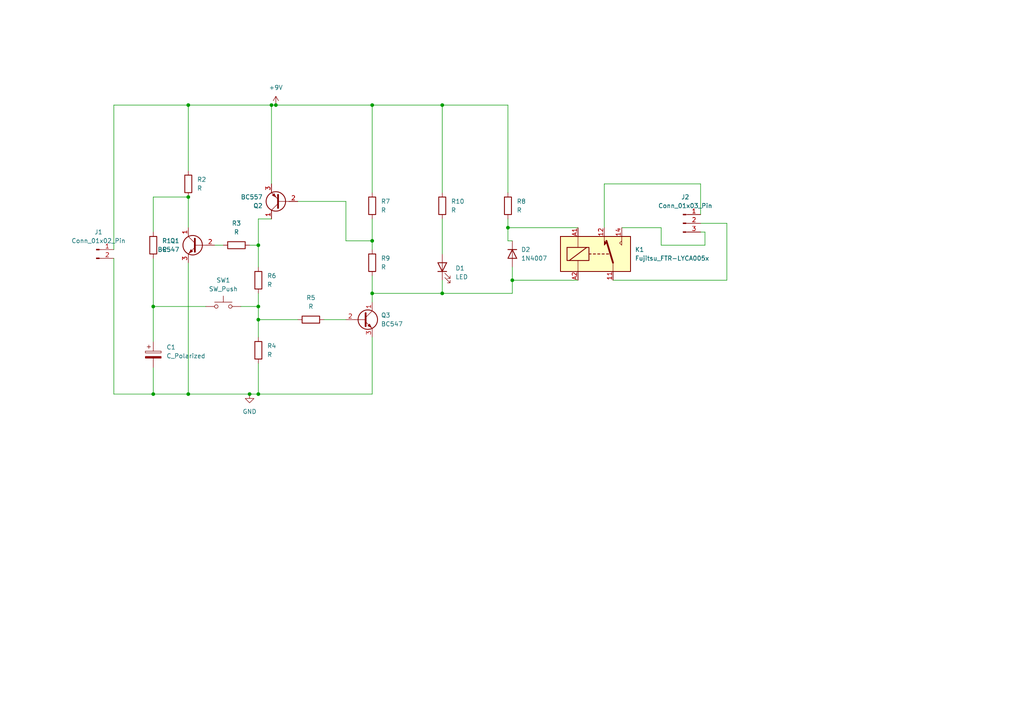
<source format=kicad_sch>
(kicad_sch
	(version 20250114)
	(generator "eeschema")
	(generator_version "9.0")
	(uuid "0b6a6848-6bdc-45c2-8863-88cf55b571d9")
	(paper "A4")
	(lib_symbols
		(symbol "Connector:Conn_01x02_Pin"
			(pin_names
				(offset 1.016)
				(hide yes)
			)
			(exclude_from_sim no)
			(in_bom yes)
			(on_board yes)
			(property "Reference" "J"
				(at 0 2.54 0)
				(effects
					(font
						(size 1.27 1.27)
					)
				)
			)
			(property "Value" "Conn_01x02_Pin"
				(at 0 -5.08 0)
				(effects
					(font
						(size 1.27 1.27)
					)
				)
			)
			(property "Footprint" ""
				(at 0 0 0)
				(effects
					(font
						(size 1.27 1.27)
					)
					(hide yes)
				)
			)
			(property "Datasheet" "~"
				(at 0 0 0)
				(effects
					(font
						(size 1.27 1.27)
					)
					(hide yes)
				)
			)
			(property "Description" "Generic connector, single row, 01x02, script generated"
				(at 0 0 0)
				(effects
					(font
						(size 1.27 1.27)
					)
					(hide yes)
				)
			)
			(property "ki_locked" ""
				(at 0 0 0)
				(effects
					(font
						(size 1.27 1.27)
					)
				)
			)
			(property "ki_keywords" "connector"
				(at 0 0 0)
				(effects
					(font
						(size 1.27 1.27)
					)
					(hide yes)
				)
			)
			(property "ki_fp_filters" "Connector*:*_1x??_*"
				(at 0 0 0)
				(effects
					(font
						(size 1.27 1.27)
					)
					(hide yes)
				)
			)
			(symbol "Conn_01x02_Pin_1_1"
				(rectangle
					(start 0.8636 0.127)
					(end 0 -0.127)
					(stroke
						(width 0.1524)
						(type default)
					)
					(fill
						(type outline)
					)
				)
				(rectangle
					(start 0.8636 -2.413)
					(end 0 -2.667)
					(stroke
						(width 0.1524)
						(type default)
					)
					(fill
						(type outline)
					)
				)
				(polyline
					(pts
						(xy 1.27 0) (xy 0.8636 0)
					)
					(stroke
						(width 0.1524)
						(type default)
					)
					(fill
						(type none)
					)
				)
				(polyline
					(pts
						(xy 1.27 -2.54) (xy 0.8636 -2.54)
					)
					(stroke
						(width 0.1524)
						(type default)
					)
					(fill
						(type none)
					)
				)
				(pin passive line
					(at 5.08 0 180)
					(length 3.81)
					(name "Pin_1"
						(effects
							(font
								(size 1.27 1.27)
							)
						)
					)
					(number "1"
						(effects
							(font
								(size 1.27 1.27)
							)
						)
					)
				)
				(pin passive line
					(at 5.08 -2.54 180)
					(length 3.81)
					(name "Pin_2"
						(effects
							(font
								(size 1.27 1.27)
							)
						)
					)
					(number "2"
						(effects
							(font
								(size 1.27 1.27)
							)
						)
					)
				)
			)
			(embedded_fonts no)
		)
		(symbol "Connector:Conn_01x03_Pin"
			(pin_names
				(offset 1.016)
				(hide yes)
			)
			(exclude_from_sim no)
			(in_bom yes)
			(on_board yes)
			(property "Reference" "J"
				(at 0 5.08 0)
				(effects
					(font
						(size 1.27 1.27)
					)
				)
			)
			(property "Value" "Conn_01x03_Pin"
				(at 0 -5.08 0)
				(effects
					(font
						(size 1.27 1.27)
					)
				)
			)
			(property "Footprint" ""
				(at 0 0 0)
				(effects
					(font
						(size 1.27 1.27)
					)
					(hide yes)
				)
			)
			(property "Datasheet" "~"
				(at 0 0 0)
				(effects
					(font
						(size 1.27 1.27)
					)
					(hide yes)
				)
			)
			(property "Description" "Generic connector, single row, 01x03, script generated"
				(at 0 0 0)
				(effects
					(font
						(size 1.27 1.27)
					)
					(hide yes)
				)
			)
			(property "ki_locked" ""
				(at 0 0 0)
				(effects
					(font
						(size 1.27 1.27)
					)
				)
			)
			(property "ki_keywords" "connector"
				(at 0 0 0)
				(effects
					(font
						(size 1.27 1.27)
					)
					(hide yes)
				)
			)
			(property "ki_fp_filters" "Connector*:*_1x??_*"
				(at 0 0 0)
				(effects
					(font
						(size 1.27 1.27)
					)
					(hide yes)
				)
			)
			(symbol "Conn_01x03_Pin_1_1"
				(rectangle
					(start 0.8636 2.667)
					(end 0 2.413)
					(stroke
						(width 0.1524)
						(type default)
					)
					(fill
						(type outline)
					)
				)
				(rectangle
					(start 0.8636 0.127)
					(end 0 -0.127)
					(stroke
						(width 0.1524)
						(type default)
					)
					(fill
						(type outline)
					)
				)
				(rectangle
					(start 0.8636 -2.413)
					(end 0 -2.667)
					(stroke
						(width 0.1524)
						(type default)
					)
					(fill
						(type outline)
					)
				)
				(polyline
					(pts
						(xy 1.27 2.54) (xy 0.8636 2.54)
					)
					(stroke
						(width 0.1524)
						(type default)
					)
					(fill
						(type none)
					)
				)
				(polyline
					(pts
						(xy 1.27 0) (xy 0.8636 0)
					)
					(stroke
						(width 0.1524)
						(type default)
					)
					(fill
						(type none)
					)
				)
				(polyline
					(pts
						(xy 1.27 -2.54) (xy 0.8636 -2.54)
					)
					(stroke
						(width 0.1524)
						(type default)
					)
					(fill
						(type none)
					)
				)
				(pin passive line
					(at 5.08 2.54 180)
					(length 3.81)
					(name "Pin_1"
						(effects
							(font
								(size 1.27 1.27)
							)
						)
					)
					(number "1"
						(effects
							(font
								(size 1.27 1.27)
							)
						)
					)
				)
				(pin passive line
					(at 5.08 0 180)
					(length 3.81)
					(name "Pin_2"
						(effects
							(font
								(size 1.27 1.27)
							)
						)
					)
					(number "2"
						(effects
							(font
								(size 1.27 1.27)
							)
						)
					)
				)
				(pin passive line
					(at 5.08 -2.54 180)
					(length 3.81)
					(name "Pin_3"
						(effects
							(font
								(size 1.27 1.27)
							)
						)
					)
					(number "3"
						(effects
							(font
								(size 1.27 1.27)
							)
						)
					)
				)
			)
			(embedded_fonts no)
		)
		(symbol "Device:C_Polarized"
			(pin_numbers
				(hide yes)
			)
			(pin_names
				(offset 0.254)
			)
			(exclude_from_sim no)
			(in_bom yes)
			(on_board yes)
			(property "Reference" "C"
				(at 0.635 2.54 0)
				(effects
					(font
						(size 1.27 1.27)
					)
					(justify left)
				)
			)
			(property "Value" "C_Polarized"
				(at 0.635 -2.54 0)
				(effects
					(font
						(size 1.27 1.27)
					)
					(justify left)
				)
			)
			(property "Footprint" ""
				(at 0.9652 -3.81 0)
				(effects
					(font
						(size 1.27 1.27)
					)
					(hide yes)
				)
			)
			(property "Datasheet" "~"
				(at 0 0 0)
				(effects
					(font
						(size 1.27 1.27)
					)
					(hide yes)
				)
			)
			(property "Description" "Polarized capacitor"
				(at 0 0 0)
				(effects
					(font
						(size 1.27 1.27)
					)
					(hide yes)
				)
			)
			(property "ki_keywords" "cap capacitor"
				(at 0 0 0)
				(effects
					(font
						(size 1.27 1.27)
					)
					(hide yes)
				)
			)
			(property "ki_fp_filters" "CP_*"
				(at 0 0 0)
				(effects
					(font
						(size 1.27 1.27)
					)
					(hide yes)
				)
			)
			(symbol "C_Polarized_0_1"
				(rectangle
					(start -2.286 0.508)
					(end 2.286 1.016)
					(stroke
						(width 0)
						(type default)
					)
					(fill
						(type none)
					)
				)
				(polyline
					(pts
						(xy -1.778 2.286) (xy -0.762 2.286)
					)
					(stroke
						(width 0)
						(type default)
					)
					(fill
						(type none)
					)
				)
				(polyline
					(pts
						(xy -1.27 2.794) (xy -1.27 1.778)
					)
					(stroke
						(width 0)
						(type default)
					)
					(fill
						(type none)
					)
				)
				(rectangle
					(start 2.286 -0.508)
					(end -2.286 -1.016)
					(stroke
						(width 0)
						(type default)
					)
					(fill
						(type outline)
					)
				)
			)
			(symbol "C_Polarized_1_1"
				(pin passive line
					(at 0 3.81 270)
					(length 2.794)
					(name "~"
						(effects
							(font
								(size 1.27 1.27)
							)
						)
					)
					(number "1"
						(effects
							(font
								(size 1.27 1.27)
							)
						)
					)
				)
				(pin passive line
					(at 0 -3.81 90)
					(length 2.794)
					(name "~"
						(effects
							(font
								(size 1.27 1.27)
							)
						)
					)
					(number "2"
						(effects
							(font
								(size 1.27 1.27)
							)
						)
					)
				)
			)
			(embedded_fonts no)
		)
		(symbol "Device:LED"
			(pin_numbers
				(hide yes)
			)
			(pin_names
				(offset 1.016)
				(hide yes)
			)
			(exclude_from_sim no)
			(in_bom yes)
			(on_board yes)
			(property "Reference" "D"
				(at 0 2.54 0)
				(effects
					(font
						(size 1.27 1.27)
					)
				)
			)
			(property "Value" "LED"
				(at 0 -2.54 0)
				(effects
					(font
						(size 1.27 1.27)
					)
				)
			)
			(property "Footprint" ""
				(at 0 0 0)
				(effects
					(font
						(size 1.27 1.27)
					)
					(hide yes)
				)
			)
			(property "Datasheet" "~"
				(at 0 0 0)
				(effects
					(font
						(size 1.27 1.27)
					)
					(hide yes)
				)
			)
			(property "Description" "Light emitting diode"
				(at 0 0 0)
				(effects
					(font
						(size 1.27 1.27)
					)
					(hide yes)
				)
			)
			(property "Sim.Pins" "1=K 2=A"
				(at 0 0 0)
				(effects
					(font
						(size 1.27 1.27)
					)
					(hide yes)
				)
			)
			(property "ki_keywords" "LED diode"
				(at 0 0 0)
				(effects
					(font
						(size 1.27 1.27)
					)
					(hide yes)
				)
			)
			(property "ki_fp_filters" "LED* LED_SMD:* LED_THT:*"
				(at 0 0 0)
				(effects
					(font
						(size 1.27 1.27)
					)
					(hide yes)
				)
			)
			(symbol "LED_0_1"
				(polyline
					(pts
						(xy -3.048 -0.762) (xy -4.572 -2.286) (xy -3.81 -2.286) (xy -4.572 -2.286) (xy -4.572 -1.524)
					)
					(stroke
						(width 0)
						(type default)
					)
					(fill
						(type none)
					)
				)
				(polyline
					(pts
						(xy -1.778 -0.762) (xy -3.302 -2.286) (xy -2.54 -2.286) (xy -3.302 -2.286) (xy -3.302 -1.524)
					)
					(stroke
						(width 0)
						(type default)
					)
					(fill
						(type none)
					)
				)
				(polyline
					(pts
						(xy -1.27 0) (xy 1.27 0)
					)
					(stroke
						(width 0)
						(type default)
					)
					(fill
						(type none)
					)
				)
				(polyline
					(pts
						(xy -1.27 -1.27) (xy -1.27 1.27)
					)
					(stroke
						(width 0.254)
						(type default)
					)
					(fill
						(type none)
					)
				)
				(polyline
					(pts
						(xy 1.27 -1.27) (xy 1.27 1.27) (xy -1.27 0) (xy 1.27 -1.27)
					)
					(stroke
						(width 0.254)
						(type default)
					)
					(fill
						(type none)
					)
				)
			)
			(symbol "LED_1_1"
				(pin passive line
					(at -3.81 0 0)
					(length 2.54)
					(name "K"
						(effects
							(font
								(size 1.27 1.27)
							)
						)
					)
					(number "1"
						(effects
							(font
								(size 1.27 1.27)
							)
						)
					)
				)
				(pin passive line
					(at 3.81 0 180)
					(length 2.54)
					(name "A"
						(effects
							(font
								(size 1.27 1.27)
							)
						)
					)
					(number "2"
						(effects
							(font
								(size 1.27 1.27)
							)
						)
					)
				)
			)
			(embedded_fonts no)
		)
		(symbol "Device:R"
			(pin_numbers
				(hide yes)
			)
			(pin_names
				(offset 0)
			)
			(exclude_from_sim no)
			(in_bom yes)
			(on_board yes)
			(property "Reference" "R"
				(at 2.032 0 90)
				(effects
					(font
						(size 1.27 1.27)
					)
				)
			)
			(property "Value" "R"
				(at 0 0 90)
				(effects
					(font
						(size 1.27 1.27)
					)
				)
			)
			(property "Footprint" ""
				(at -1.778 0 90)
				(effects
					(font
						(size 1.27 1.27)
					)
					(hide yes)
				)
			)
			(property "Datasheet" "~"
				(at 0 0 0)
				(effects
					(font
						(size 1.27 1.27)
					)
					(hide yes)
				)
			)
			(property "Description" "Resistor"
				(at 0 0 0)
				(effects
					(font
						(size 1.27 1.27)
					)
					(hide yes)
				)
			)
			(property "ki_keywords" "R res resistor"
				(at 0 0 0)
				(effects
					(font
						(size 1.27 1.27)
					)
					(hide yes)
				)
			)
			(property "ki_fp_filters" "R_*"
				(at 0 0 0)
				(effects
					(font
						(size 1.27 1.27)
					)
					(hide yes)
				)
			)
			(symbol "R_0_1"
				(rectangle
					(start -1.016 -2.54)
					(end 1.016 2.54)
					(stroke
						(width 0.254)
						(type default)
					)
					(fill
						(type none)
					)
				)
			)
			(symbol "R_1_1"
				(pin passive line
					(at 0 3.81 270)
					(length 1.27)
					(name "~"
						(effects
							(font
								(size 1.27 1.27)
							)
						)
					)
					(number "1"
						(effects
							(font
								(size 1.27 1.27)
							)
						)
					)
				)
				(pin passive line
					(at 0 -3.81 90)
					(length 1.27)
					(name "~"
						(effects
							(font
								(size 1.27 1.27)
							)
						)
					)
					(number "2"
						(effects
							(font
								(size 1.27 1.27)
							)
						)
					)
				)
			)
			(embedded_fonts no)
		)
		(symbol "Diode:1N4007"
			(pin_numbers
				(hide yes)
			)
			(pin_names
				(hide yes)
			)
			(exclude_from_sim no)
			(in_bom yes)
			(on_board yes)
			(property "Reference" "D"
				(at 0 2.54 0)
				(effects
					(font
						(size 1.27 1.27)
					)
				)
			)
			(property "Value" "1N4007"
				(at 0 -2.54 0)
				(effects
					(font
						(size 1.27 1.27)
					)
				)
			)
			(property "Footprint" "Diode_THT:D_DO-41_SOD81_P10.16mm_Horizontal"
				(at 0 -4.445 0)
				(effects
					(font
						(size 1.27 1.27)
					)
					(hide yes)
				)
			)
			(property "Datasheet" "http://www.vishay.com/docs/88503/1n4001.pdf"
				(at 0 0 0)
				(effects
					(font
						(size 1.27 1.27)
					)
					(hide yes)
				)
			)
			(property "Description" "1000V 1A General Purpose Rectifier Diode, DO-41"
				(at 0 0 0)
				(effects
					(font
						(size 1.27 1.27)
					)
					(hide yes)
				)
			)
			(property "Sim.Device" "D"
				(at 0 0 0)
				(effects
					(font
						(size 1.27 1.27)
					)
					(hide yes)
				)
			)
			(property "Sim.Pins" "1=K 2=A"
				(at 0 0 0)
				(effects
					(font
						(size 1.27 1.27)
					)
					(hide yes)
				)
			)
			(property "ki_keywords" "diode"
				(at 0 0 0)
				(effects
					(font
						(size 1.27 1.27)
					)
					(hide yes)
				)
			)
			(property "ki_fp_filters" "D*DO?41*"
				(at 0 0 0)
				(effects
					(font
						(size 1.27 1.27)
					)
					(hide yes)
				)
			)
			(symbol "1N4007_0_1"
				(polyline
					(pts
						(xy -1.27 1.27) (xy -1.27 -1.27)
					)
					(stroke
						(width 0.254)
						(type default)
					)
					(fill
						(type none)
					)
				)
				(polyline
					(pts
						(xy 1.27 1.27) (xy 1.27 -1.27) (xy -1.27 0) (xy 1.27 1.27)
					)
					(stroke
						(width 0.254)
						(type default)
					)
					(fill
						(type none)
					)
				)
				(polyline
					(pts
						(xy 1.27 0) (xy -1.27 0)
					)
					(stroke
						(width 0)
						(type default)
					)
					(fill
						(type none)
					)
				)
			)
			(symbol "1N4007_1_1"
				(pin passive line
					(at -3.81 0 0)
					(length 2.54)
					(name "K"
						(effects
							(font
								(size 1.27 1.27)
							)
						)
					)
					(number "1"
						(effects
							(font
								(size 1.27 1.27)
							)
						)
					)
				)
				(pin passive line
					(at 3.81 0 180)
					(length 2.54)
					(name "A"
						(effects
							(font
								(size 1.27 1.27)
							)
						)
					)
					(number "2"
						(effects
							(font
								(size 1.27 1.27)
							)
						)
					)
				)
			)
			(embedded_fonts no)
		)
		(symbol "Relay:Fujitsu_FTR-LYCA005x"
			(exclude_from_sim no)
			(in_bom yes)
			(on_board yes)
			(property "Reference" "K"
				(at 11.43 3.81 0)
				(effects
					(font
						(size 1.27 1.27)
					)
					(justify left)
				)
			)
			(property "Value" "Fujitsu_FTR-LYCA005x"
				(at 11.43 1.27 0)
				(effects
					(font
						(size 1.27 1.27)
					)
					(justify left)
				)
			)
			(property "Footprint" "Relay_THT:Relay_SPDT_Fujitsu_FTR-LYCA005x_FormC_Vertical"
				(at 11.43 -1.27 0)
				(effects
					(font
						(size 1.27 1.27)
					)
					(justify left)
					(hide yes)
				)
			)
			(property "Datasheet" "https://www.fujitsu.com/sg/imagesgig5/ftr-ly.pdf"
				(at 16.51 -3.81 0)
				(effects
					(font
						(size 1.27 1.27)
					)
					(justify left)
					(hide yes)
				)
			)
			(property "Description" "Relay, SPDT Form C, vertical mount, 5-60V coil, 6A, 250VAC, 28 x 5 x 15mm"
				(at 0 0 0)
				(effects
					(font
						(size 1.27 1.27)
					)
					(hide yes)
				)
			)
			(property "ki_keywords" "6A SPDT Relay"
				(at 0 0 0)
				(effects
					(font
						(size 1.27 1.27)
					)
					(hide yes)
				)
			)
			(property "ki_fp_filters" "Relay*Fujitsu*FTR?LYC*"
				(at 0 0 0)
				(effects
					(font
						(size 1.27 1.27)
					)
					(hide yes)
				)
			)
			(symbol "Fujitsu_FTR-LYCA005x_0_0"
				(polyline
					(pts
						(xy 7.62 5.08) (xy 7.62 2.54) (xy 6.985 3.175) (xy 7.62 3.81)
					)
					(stroke
						(width 0)
						(type default)
					)
					(fill
						(type none)
					)
				)
			)
			(symbol "Fujitsu_FTR-LYCA005x_0_1"
				(rectangle
					(start -10.16 5.08)
					(end 10.16 -5.08)
					(stroke
						(width 0.254)
						(type default)
					)
					(fill
						(type background)
					)
				)
				(rectangle
					(start -8.255 1.905)
					(end -1.905 -1.905)
					(stroke
						(width 0.254)
						(type default)
					)
					(fill
						(type none)
					)
				)
				(polyline
					(pts
						(xy -7.62 -1.905) (xy -2.54 1.905)
					)
					(stroke
						(width 0.254)
						(type default)
					)
					(fill
						(type none)
					)
				)
				(polyline
					(pts
						(xy -5.08 5.08) (xy -5.08 1.905)
					)
					(stroke
						(width 0)
						(type default)
					)
					(fill
						(type none)
					)
				)
				(polyline
					(pts
						(xy -5.08 -5.08) (xy -5.08 -1.905)
					)
					(stroke
						(width 0)
						(type default)
					)
					(fill
						(type none)
					)
				)
				(polyline
					(pts
						(xy -1.905 0) (xy -1.27 0)
					)
					(stroke
						(width 0.254)
						(type default)
					)
					(fill
						(type none)
					)
				)
				(polyline
					(pts
						(xy -0.635 0) (xy 0 0)
					)
					(stroke
						(width 0.254)
						(type default)
					)
					(fill
						(type none)
					)
				)
				(polyline
					(pts
						(xy 0.635 0) (xy 1.27 0)
					)
					(stroke
						(width 0.254)
						(type default)
					)
					(fill
						(type none)
					)
				)
				(polyline
					(pts
						(xy 1.905 0) (xy 2.54 0)
					)
					(stroke
						(width 0.254)
						(type default)
					)
					(fill
						(type none)
					)
				)
				(polyline
					(pts
						(xy 2.54 5.08) (xy 2.54 2.54) (xy 3.175 3.175) (xy 2.54 3.81)
					)
					(stroke
						(width 0)
						(type default)
					)
					(fill
						(type outline)
					)
				)
				(polyline
					(pts
						(xy 3.175 0) (xy 3.81 0)
					)
					(stroke
						(width 0.254)
						(type default)
					)
					(fill
						(type none)
					)
				)
				(polyline
					(pts
						(xy 5.08 -2.54) (xy 3.175 3.81)
					)
					(stroke
						(width 0.508)
						(type default)
					)
					(fill
						(type none)
					)
				)
				(polyline
					(pts
						(xy 5.08 -2.54) (xy 5.08 -5.08)
					)
					(stroke
						(width 0)
						(type default)
					)
					(fill
						(type none)
					)
				)
			)
			(symbol "Fujitsu_FTR-LYCA005x_1_1"
				(pin passive line
					(at -5.08 7.62 270)
					(length 2.54)
					(name "~"
						(effects
							(font
								(size 1.27 1.27)
							)
						)
					)
					(number "A1"
						(effects
							(font
								(size 1.27 1.27)
							)
						)
					)
				)
				(pin passive line
					(at -5.08 -7.62 90)
					(length 2.54)
					(name "~"
						(effects
							(font
								(size 1.27 1.27)
							)
						)
					)
					(number "A2"
						(effects
							(font
								(size 1.27 1.27)
							)
						)
					)
				)
				(pin passive line
					(at 2.54 7.62 270)
					(length 2.54)
					(name "~"
						(effects
							(font
								(size 1.27 1.27)
							)
						)
					)
					(number "12"
						(effects
							(font
								(size 1.27 1.27)
							)
						)
					)
				)
				(pin passive line
					(at 5.08 -7.62 90)
					(length 2.54)
					(name "~"
						(effects
							(font
								(size 1.27 1.27)
							)
						)
					)
					(number "11"
						(effects
							(font
								(size 1.27 1.27)
							)
						)
					)
				)
				(pin passive line
					(at 7.62 7.62 270)
					(length 2.54)
					(name "~"
						(effects
							(font
								(size 1.27 1.27)
							)
						)
					)
					(number "14"
						(effects
							(font
								(size 1.27 1.27)
							)
						)
					)
				)
			)
			(embedded_fonts no)
		)
		(symbol "Switch:SW_Push"
			(pin_numbers
				(hide yes)
			)
			(pin_names
				(offset 1.016)
				(hide yes)
			)
			(exclude_from_sim no)
			(in_bom yes)
			(on_board yes)
			(property "Reference" "SW"
				(at 1.27 2.54 0)
				(effects
					(font
						(size 1.27 1.27)
					)
					(justify left)
				)
			)
			(property "Value" "SW_Push"
				(at 0 -1.524 0)
				(effects
					(font
						(size 1.27 1.27)
					)
				)
			)
			(property "Footprint" ""
				(at 0 5.08 0)
				(effects
					(font
						(size 1.27 1.27)
					)
					(hide yes)
				)
			)
			(property "Datasheet" "~"
				(at 0 5.08 0)
				(effects
					(font
						(size 1.27 1.27)
					)
					(hide yes)
				)
			)
			(property "Description" "Push button switch, generic, two pins"
				(at 0 0 0)
				(effects
					(font
						(size 1.27 1.27)
					)
					(hide yes)
				)
			)
			(property "ki_keywords" "switch normally-open pushbutton push-button"
				(at 0 0 0)
				(effects
					(font
						(size 1.27 1.27)
					)
					(hide yes)
				)
			)
			(symbol "SW_Push_0_1"
				(circle
					(center -2.032 0)
					(radius 0.508)
					(stroke
						(width 0)
						(type default)
					)
					(fill
						(type none)
					)
				)
				(polyline
					(pts
						(xy 0 1.27) (xy 0 3.048)
					)
					(stroke
						(width 0)
						(type default)
					)
					(fill
						(type none)
					)
				)
				(circle
					(center 2.032 0)
					(radius 0.508)
					(stroke
						(width 0)
						(type default)
					)
					(fill
						(type none)
					)
				)
				(polyline
					(pts
						(xy 2.54 1.27) (xy -2.54 1.27)
					)
					(stroke
						(width 0)
						(type default)
					)
					(fill
						(type none)
					)
				)
				(pin passive line
					(at -5.08 0 0)
					(length 2.54)
					(name "1"
						(effects
							(font
								(size 1.27 1.27)
							)
						)
					)
					(number "1"
						(effects
							(font
								(size 1.27 1.27)
							)
						)
					)
				)
				(pin passive line
					(at 5.08 0 180)
					(length 2.54)
					(name "2"
						(effects
							(font
								(size 1.27 1.27)
							)
						)
					)
					(number "2"
						(effects
							(font
								(size 1.27 1.27)
							)
						)
					)
				)
			)
			(embedded_fonts no)
		)
		(symbol "Transistor_BJT:BC547"
			(pin_names
				(offset 0)
				(hide yes)
			)
			(exclude_from_sim no)
			(in_bom yes)
			(on_board yes)
			(property "Reference" "Q"
				(at 5.08 1.905 0)
				(effects
					(font
						(size 1.27 1.27)
					)
					(justify left)
				)
			)
			(property "Value" "BC547"
				(at 5.08 0 0)
				(effects
					(font
						(size 1.27 1.27)
					)
					(justify left)
				)
			)
			(property "Footprint" "Package_TO_SOT_THT:TO-92_Inline"
				(at 5.08 -1.905 0)
				(effects
					(font
						(size 1.27 1.27)
						(italic yes)
					)
					(justify left)
					(hide yes)
				)
			)
			(property "Datasheet" "https://www.onsemi.com/pub/Collateral/BC550-D.pdf"
				(at 0 0 0)
				(effects
					(font
						(size 1.27 1.27)
					)
					(justify left)
					(hide yes)
				)
			)
			(property "Description" "0.1A Ic, 45V Vce, Small Signal NPN Transistor, TO-92"
				(at 0 0 0)
				(effects
					(font
						(size 1.27 1.27)
					)
					(hide yes)
				)
			)
			(property "ki_keywords" "NPN Transistor"
				(at 0 0 0)
				(effects
					(font
						(size 1.27 1.27)
					)
					(hide yes)
				)
			)
			(property "ki_fp_filters" "TO?92*"
				(at 0 0 0)
				(effects
					(font
						(size 1.27 1.27)
					)
					(hide yes)
				)
			)
			(symbol "BC547_0_1"
				(polyline
					(pts
						(xy -2.54 0) (xy 0.635 0)
					)
					(stroke
						(width 0)
						(type default)
					)
					(fill
						(type none)
					)
				)
				(polyline
					(pts
						(xy 0.635 1.905) (xy 0.635 -1.905)
					)
					(stroke
						(width 0.508)
						(type default)
					)
					(fill
						(type none)
					)
				)
				(circle
					(center 1.27 0)
					(radius 2.8194)
					(stroke
						(width 0.254)
						(type default)
					)
					(fill
						(type none)
					)
				)
			)
			(symbol "BC547_1_1"
				(polyline
					(pts
						(xy 0.635 0.635) (xy 2.54 2.54)
					)
					(stroke
						(width 0)
						(type default)
					)
					(fill
						(type none)
					)
				)
				(polyline
					(pts
						(xy 0.635 -0.635) (xy 2.54 -2.54)
					)
					(stroke
						(width 0)
						(type default)
					)
					(fill
						(type none)
					)
				)
				(polyline
					(pts
						(xy 1.27 -1.778) (xy 1.778 -1.27) (xy 2.286 -2.286) (xy 1.27 -1.778)
					)
					(stroke
						(width 0)
						(type default)
					)
					(fill
						(type outline)
					)
				)
				(pin input line
					(at -5.08 0 0)
					(length 2.54)
					(name "B"
						(effects
							(font
								(size 1.27 1.27)
							)
						)
					)
					(number "2"
						(effects
							(font
								(size 1.27 1.27)
							)
						)
					)
				)
				(pin passive line
					(at 2.54 5.08 270)
					(length 2.54)
					(name "C"
						(effects
							(font
								(size 1.27 1.27)
							)
						)
					)
					(number "1"
						(effects
							(font
								(size 1.27 1.27)
							)
						)
					)
				)
				(pin passive line
					(at 2.54 -5.08 90)
					(length 2.54)
					(name "E"
						(effects
							(font
								(size 1.27 1.27)
							)
						)
					)
					(number "3"
						(effects
							(font
								(size 1.27 1.27)
							)
						)
					)
				)
			)
			(embedded_fonts no)
		)
		(symbol "Transistor_BJT:BC557"
			(pin_names
				(offset 0)
				(hide yes)
			)
			(exclude_from_sim no)
			(in_bom yes)
			(on_board yes)
			(property "Reference" "Q"
				(at 5.08 1.905 0)
				(effects
					(font
						(size 1.27 1.27)
					)
					(justify left)
				)
			)
			(property "Value" "BC557"
				(at 5.08 0 0)
				(effects
					(font
						(size 1.27 1.27)
					)
					(justify left)
				)
			)
			(property "Footprint" "Package_TO_SOT_THT:TO-92_Inline"
				(at 5.08 -1.905 0)
				(effects
					(font
						(size 1.27 1.27)
						(italic yes)
					)
					(justify left)
					(hide yes)
				)
			)
			(property "Datasheet" "https://www.onsemi.com/pub/Collateral/BC556BTA-D.pdf"
				(at 0 0 0)
				(effects
					(font
						(size 1.27 1.27)
					)
					(justify left)
					(hide yes)
				)
			)
			(property "Description" "0.1A Ic, 45V Vce, PNP Small Signal Transistor, TO-92"
				(at 0 0 0)
				(effects
					(font
						(size 1.27 1.27)
					)
					(hide yes)
				)
			)
			(property "ki_keywords" "PNP Transistor"
				(at 0 0 0)
				(effects
					(font
						(size 1.27 1.27)
					)
					(hide yes)
				)
			)
			(property "ki_fp_filters" "TO?92*"
				(at 0 0 0)
				(effects
					(font
						(size 1.27 1.27)
					)
					(hide yes)
				)
			)
			(symbol "BC557_0_1"
				(polyline
					(pts
						(xy -2.54 0) (xy 0.635 0)
					)
					(stroke
						(width 0)
						(type default)
					)
					(fill
						(type none)
					)
				)
				(polyline
					(pts
						(xy 0.635 1.905) (xy 0.635 -1.905)
					)
					(stroke
						(width 0.508)
						(type default)
					)
					(fill
						(type none)
					)
				)
				(polyline
					(pts
						(xy 0.635 0.635) (xy 2.54 2.54)
					)
					(stroke
						(width 0)
						(type default)
					)
					(fill
						(type none)
					)
				)
				(polyline
					(pts
						(xy 0.635 -0.635) (xy 2.54 -2.54)
					)
					(stroke
						(width 0)
						(type default)
					)
					(fill
						(type none)
					)
				)
				(circle
					(center 1.27 0)
					(radius 2.8194)
					(stroke
						(width 0.254)
						(type default)
					)
					(fill
						(type none)
					)
				)
				(polyline
					(pts
						(xy 2.286 -1.778) (xy 1.778 -2.286) (xy 1.27 -1.27) (xy 2.286 -1.778)
					)
					(stroke
						(width 0)
						(type default)
					)
					(fill
						(type outline)
					)
				)
			)
			(symbol "BC557_1_1"
				(pin input line
					(at -5.08 0 0)
					(length 2.54)
					(name "B"
						(effects
							(font
								(size 1.27 1.27)
							)
						)
					)
					(number "2"
						(effects
							(font
								(size 1.27 1.27)
							)
						)
					)
				)
				(pin passive line
					(at 2.54 5.08 270)
					(length 2.54)
					(name "C"
						(effects
							(font
								(size 1.27 1.27)
							)
						)
					)
					(number "1"
						(effects
							(font
								(size 1.27 1.27)
							)
						)
					)
				)
				(pin passive line
					(at 2.54 -5.08 90)
					(length 2.54)
					(name "E"
						(effects
							(font
								(size 1.27 1.27)
							)
						)
					)
					(number "3"
						(effects
							(font
								(size 1.27 1.27)
							)
						)
					)
				)
			)
			(embedded_fonts no)
		)
		(symbol "power:+9V"
			(power)
			(pin_numbers
				(hide yes)
			)
			(pin_names
				(offset 0)
				(hide yes)
			)
			(exclude_from_sim no)
			(in_bom yes)
			(on_board yes)
			(property "Reference" "#PWR"
				(at 0 -3.81 0)
				(effects
					(font
						(size 1.27 1.27)
					)
					(hide yes)
				)
			)
			(property "Value" "+9V"
				(at 0 3.556 0)
				(effects
					(font
						(size 1.27 1.27)
					)
				)
			)
			(property "Footprint" ""
				(at 0 0 0)
				(effects
					(font
						(size 1.27 1.27)
					)
					(hide yes)
				)
			)
			(property "Datasheet" ""
				(at 0 0 0)
				(effects
					(font
						(size 1.27 1.27)
					)
					(hide yes)
				)
			)
			(property "Description" "Power symbol creates a global label with name \"+9V\""
				(at 0 0 0)
				(effects
					(font
						(size 1.27 1.27)
					)
					(hide yes)
				)
			)
			(property "ki_keywords" "global power"
				(at 0 0 0)
				(effects
					(font
						(size 1.27 1.27)
					)
					(hide yes)
				)
			)
			(symbol "+9V_0_1"
				(polyline
					(pts
						(xy -0.762 1.27) (xy 0 2.54)
					)
					(stroke
						(width 0)
						(type default)
					)
					(fill
						(type none)
					)
				)
				(polyline
					(pts
						(xy 0 2.54) (xy 0.762 1.27)
					)
					(stroke
						(width 0)
						(type default)
					)
					(fill
						(type none)
					)
				)
				(polyline
					(pts
						(xy 0 0) (xy 0 2.54)
					)
					(stroke
						(width 0)
						(type default)
					)
					(fill
						(type none)
					)
				)
			)
			(symbol "+9V_1_1"
				(pin power_in line
					(at 0 0 90)
					(length 0)
					(name "~"
						(effects
							(font
								(size 1.27 1.27)
							)
						)
					)
					(number "1"
						(effects
							(font
								(size 1.27 1.27)
							)
						)
					)
				)
			)
			(embedded_fonts no)
		)
		(symbol "power:GND"
			(power)
			(pin_numbers
				(hide yes)
			)
			(pin_names
				(offset 0)
				(hide yes)
			)
			(exclude_from_sim no)
			(in_bom yes)
			(on_board yes)
			(property "Reference" "#PWR"
				(at 0 -6.35 0)
				(effects
					(font
						(size 1.27 1.27)
					)
					(hide yes)
				)
			)
			(property "Value" "GND"
				(at 0 -3.81 0)
				(effects
					(font
						(size 1.27 1.27)
					)
				)
			)
			(property "Footprint" ""
				(at 0 0 0)
				(effects
					(font
						(size 1.27 1.27)
					)
					(hide yes)
				)
			)
			(property "Datasheet" ""
				(at 0 0 0)
				(effects
					(font
						(size 1.27 1.27)
					)
					(hide yes)
				)
			)
			(property "Description" "Power symbol creates a global label with name \"GND\" , ground"
				(at 0 0 0)
				(effects
					(font
						(size 1.27 1.27)
					)
					(hide yes)
				)
			)
			(property "ki_keywords" "global power"
				(at 0 0 0)
				(effects
					(font
						(size 1.27 1.27)
					)
					(hide yes)
				)
			)
			(symbol "GND_0_1"
				(polyline
					(pts
						(xy 0 0) (xy 0 -1.27) (xy 1.27 -1.27) (xy 0 -2.54) (xy -1.27 -1.27) (xy 0 -1.27)
					)
					(stroke
						(width 0)
						(type default)
					)
					(fill
						(type none)
					)
				)
			)
			(symbol "GND_1_1"
				(pin power_in line
					(at 0 0 270)
					(length 0)
					(name "~"
						(effects
							(font
								(size 1.27 1.27)
							)
						)
					)
					(number "1"
						(effects
							(font
								(size 1.27 1.27)
							)
						)
					)
				)
			)
			(embedded_fonts no)
		)
	)
	(junction
		(at 54.61 30.48)
		(diameter 0)
		(color 0 0 0 0)
		(uuid "0628e266-6b7e-4c5d-b228-ed071d434077")
	)
	(junction
		(at 72.39 114.3)
		(diameter 0)
		(color 0 0 0 0)
		(uuid "0fc824dd-d816-4528-939e-abcb36d311b0")
	)
	(junction
		(at 128.27 30.48)
		(diameter 0)
		(color 0 0 0 0)
		(uuid "1ac2b216-0904-4d7b-8946-fea098fba054")
	)
	(junction
		(at 147.32 66.04)
		(diameter 0)
		(color 0 0 0 0)
		(uuid "1e47beba-d6e3-4ab5-97b8-42c0d9f1bd25")
	)
	(junction
		(at 74.93 88.9)
		(diameter 0)
		(color 0 0 0 0)
		(uuid "58cc1304-849e-4508-948c-398e6fb6ff9a")
	)
	(junction
		(at 44.45 114.3)
		(diameter 0)
		(color 0 0 0 0)
		(uuid "5fd2bfe6-4dee-4695-8aa9-32d27868a33e")
	)
	(junction
		(at 74.93 71.12)
		(diameter 0)
		(color 0 0 0 0)
		(uuid "626b21b3-6282-4eee-9fd5-00911da20640")
	)
	(junction
		(at 74.93 92.71)
		(diameter 0)
		(color 0 0 0 0)
		(uuid "7708f511-e1ad-44c0-a84a-5a25e86fe4a7")
	)
	(junction
		(at 107.95 30.48)
		(diameter 0)
		(color 0 0 0 0)
		(uuid "82347d1e-e7cb-4655-99c2-b318f85a103f")
	)
	(junction
		(at 44.45 88.9)
		(diameter 0)
		(color 0 0 0 0)
		(uuid "82359ccf-31ef-460e-9d4d-3f6ceb57b37d")
	)
	(junction
		(at 128.27 85.09)
		(diameter 0)
		(color 0 0 0 0)
		(uuid "85225a6b-3318-42e4-a739-1cb1c838f481")
	)
	(junction
		(at 80.01 30.48)
		(diameter 0)
		(color 0 0 0 0)
		(uuid "90c148ef-e9fc-428c-bf44-0b4d45a8c56c")
	)
	(junction
		(at 54.61 114.3)
		(diameter 0)
		(color 0 0 0 0)
		(uuid "a2764042-cafb-41fa-be1f-0fdba70c9ec9")
	)
	(junction
		(at 148.59 81.28)
		(diameter 0)
		(color 0 0 0 0)
		(uuid "a4edb83b-3f2e-43e5-8010-3864820e56eb")
	)
	(junction
		(at 78.74 30.48)
		(diameter 0)
		(color 0 0 0 0)
		(uuid "a7adbb70-c488-4e00-aefe-7a20cee14400")
	)
	(junction
		(at 107.95 85.09)
		(diameter 0)
		(color 0 0 0 0)
		(uuid "d3b23b8d-004f-4883-9cae-e621563cc39b")
	)
	(junction
		(at 54.61 57.15)
		(diameter 0)
		(color 0 0 0 0)
		(uuid "dbcbc981-dd5f-4047-ae21-37c2f5f1785c")
	)
	(junction
		(at 107.95 69.85)
		(diameter 0)
		(color 0 0 0 0)
		(uuid "f46aa65a-e571-40b4-ad47-47ff09c4d2aa")
	)
	(junction
		(at 74.93 114.3)
		(diameter 0)
		(color 0 0 0 0)
		(uuid "f7b55364-d3d5-42b6-847d-6a2c879a0c7f")
	)
	(wire
		(pts
			(xy 107.95 63.5) (xy 107.95 69.85)
		)
		(stroke
			(width 0)
			(type default)
		)
		(uuid "00937e7f-a07c-4efd-ad2b-8ebceccf05df")
	)
	(wire
		(pts
			(xy 44.45 106.68) (xy 44.45 114.3)
		)
		(stroke
			(width 0)
			(type default)
		)
		(uuid "02664cca-5a83-4951-888e-e595f4ef1d7b")
	)
	(wire
		(pts
			(xy 180.34 66.04) (xy 191.77 66.04)
		)
		(stroke
			(width 0)
			(type default)
		)
		(uuid "0686caff-3efb-4b1d-9667-28d2b3b55a91")
	)
	(wire
		(pts
			(xy 54.61 114.3) (xy 72.39 114.3)
		)
		(stroke
			(width 0)
			(type default)
		)
		(uuid "0a8bca5a-e389-44a4-a111-fee429414ea4")
	)
	(wire
		(pts
			(xy 203.2 62.23) (xy 203.2 53.34)
		)
		(stroke
			(width 0)
			(type default)
		)
		(uuid "0cafdfb6-b419-4e95-a8a6-f52c7d501de4")
	)
	(wire
		(pts
			(xy 204.47 71.12) (xy 204.47 67.31)
		)
		(stroke
			(width 0)
			(type default)
		)
		(uuid "0cbdde30-f6d2-4353-b86f-e0e151c7fdeb")
	)
	(wire
		(pts
			(xy 44.45 114.3) (xy 33.02 114.3)
		)
		(stroke
			(width 0)
			(type default)
		)
		(uuid "10f41bcf-bc83-46e3-a434-02379ba9efd7")
	)
	(wire
		(pts
			(xy 100.33 69.85) (xy 107.95 69.85)
		)
		(stroke
			(width 0)
			(type default)
		)
		(uuid "16aecc23-daef-4eb4-8783-e542f0ef5716")
	)
	(wire
		(pts
			(xy 74.93 88.9) (xy 74.93 92.71)
		)
		(stroke
			(width 0)
			(type default)
		)
		(uuid "18f14e02-a715-4cc2-b89d-197315721526")
	)
	(wire
		(pts
			(xy 54.61 66.04) (xy 54.61 57.15)
		)
		(stroke
			(width 0)
			(type default)
		)
		(uuid "21ba1814-aeed-4871-84d2-b1d34c2c5ed2")
	)
	(wire
		(pts
			(xy 74.93 92.71) (xy 86.36 92.71)
		)
		(stroke
			(width 0)
			(type default)
		)
		(uuid "26d25c44-f93c-457b-aa71-d761371cf2fe")
	)
	(wire
		(pts
			(xy 203.2 64.77) (xy 210.82 64.77)
		)
		(stroke
			(width 0)
			(type default)
		)
		(uuid "2c7f5bba-f606-4e95-9454-6b3fdd4dc219")
	)
	(wire
		(pts
			(xy 167.64 66.04) (xy 147.32 66.04)
		)
		(stroke
			(width 0)
			(type default)
		)
		(uuid "33df359a-f3c3-4c2d-8836-a87808f07f0a")
	)
	(wire
		(pts
			(xy 107.95 97.79) (xy 107.95 114.3)
		)
		(stroke
			(width 0)
			(type default)
		)
		(uuid "37786f95-61e5-45f7-8953-8b432280c7dd")
	)
	(wire
		(pts
			(xy 107.95 85.09) (xy 107.95 87.63)
		)
		(stroke
			(width 0)
			(type default)
		)
		(uuid "37dcb1ba-c014-4220-a311-4941415a4b61")
	)
	(wire
		(pts
			(xy 44.45 57.15) (xy 54.61 57.15)
		)
		(stroke
			(width 0)
			(type default)
		)
		(uuid "3a0f5ef7-a2a5-4166-9b8e-045cfad79712")
	)
	(wire
		(pts
			(xy 74.93 114.3) (xy 72.39 114.3)
		)
		(stroke
			(width 0)
			(type default)
		)
		(uuid "3d48e2bc-a32a-4e00-b6f9-79a369278a33")
	)
	(wire
		(pts
			(xy 148.59 77.47) (xy 148.59 81.28)
		)
		(stroke
			(width 0)
			(type default)
		)
		(uuid "4900f5e8-e7c5-45a4-a05d-2e84f986f40a")
	)
	(wire
		(pts
			(xy 191.77 71.12) (xy 204.47 71.12)
		)
		(stroke
			(width 0)
			(type default)
		)
		(uuid "494fd093-111c-4e62-94a6-67c9a31aeb00")
	)
	(wire
		(pts
			(xy 74.93 85.09) (xy 74.93 88.9)
		)
		(stroke
			(width 0)
			(type default)
		)
		(uuid "4c39667e-c872-44a5-8dc9-519ed8c81dd6")
	)
	(wire
		(pts
			(xy 128.27 85.09) (xy 107.95 85.09)
		)
		(stroke
			(width 0)
			(type default)
		)
		(uuid "4f2f3589-ddcd-48a1-846e-efba8e73bf9a")
	)
	(wire
		(pts
			(xy 86.36 58.42) (xy 100.33 58.42)
		)
		(stroke
			(width 0)
			(type default)
		)
		(uuid "523ac263-4b4b-4a3f-b962-cd701a017914")
	)
	(wire
		(pts
			(xy 107.95 80.01) (xy 107.95 85.09)
		)
		(stroke
			(width 0)
			(type default)
		)
		(uuid "551334d0-52e6-45d0-b502-248765a7a16a")
	)
	(wire
		(pts
			(xy 210.82 81.28) (xy 177.8 81.28)
		)
		(stroke
			(width 0)
			(type default)
		)
		(uuid "5640f654-493d-43d5-81a3-4c5368dc71b5")
	)
	(wire
		(pts
			(xy 107.95 114.3) (xy 74.93 114.3)
		)
		(stroke
			(width 0)
			(type default)
		)
		(uuid "5a7d6654-d378-4408-890d-e60997cc6717")
	)
	(wire
		(pts
			(xy 74.93 105.41) (xy 74.93 114.3)
		)
		(stroke
			(width 0)
			(type default)
		)
		(uuid "5c6709b6-eb7b-4790-9cfb-cb2c84ce12e4")
	)
	(wire
		(pts
			(xy 107.95 69.85) (xy 107.95 72.39)
		)
		(stroke
			(width 0)
			(type default)
		)
		(uuid "5de97688-03de-4a5f-a43c-2b374b460fcc")
	)
	(wire
		(pts
			(xy 54.61 30.48) (xy 54.61 49.53)
		)
		(stroke
			(width 0)
			(type default)
		)
		(uuid "617813af-24f4-4302-89dd-3e6485de1d93")
	)
	(wire
		(pts
			(xy 44.45 88.9) (xy 59.69 88.9)
		)
		(stroke
			(width 0)
			(type default)
		)
		(uuid "663b11dc-49f0-4a38-9b19-3961e94a5cdc")
	)
	(wire
		(pts
			(xy 54.61 76.2) (xy 54.61 114.3)
		)
		(stroke
			(width 0)
			(type default)
		)
		(uuid "666b5452-0296-4666-983c-127706ad5149")
	)
	(wire
		(pts
			(xy 128.27 30.48) (xy 107.95 30.48)
		)
		(stroke
			(width 0)
			(type default)
		)
		(uuid "68bf96db-5452-48fa-a089-f047b664d78d")
	)
	(wire
		(pts
			(xy 33.02 72.39) (xy 33.02 30.48)
		)
		(stroke
			(width 0)
			(type default)
		)
		(uuid "6a0a31ce-8f42-45f5-8a40-0e263ab5024e")
	)
	(wire
		(pts
			(xy 62.23 71.12) (xy 64.77 71.12)
		)
		(stroke
			(width 0)
			(type default)
		)
		(uuid "6b34549c-ada9-442d-89fc-2b7972dd92aa")
	)
	(wire
		(pts
			(xy 191.77 66.04) (xy 191.77 71.12)
		)
		(stroke
			(width 0)
			(type default)
		)
		(uuid "6b991db8-546d-433f-b909-174c8f2728ac")
	)
	(wire
		(pts
			(xy 148.59 81.28) (xy 148.59 85.09)
		)
		(stroke
			(width 0)
			(type default)
		)
		(uuid "6d7175a3-9e11-44b9-850a-2cb078341249")
	)
	(wire
		(pts
			(xy 147.32 66.04) (xy 147.32 69.85)
		)
		(stroke
			(width 0)
			(type default)
		)
		(uuid "75485fc3-7a56-4d22-88d8-178a372ff632")
	)
	(wire
		(pts
			(xy 78.74 30.48) (xy 80.01 30.48)
		)
		(stroke
			(width 0)
			(type default)
		)
		(uuid "842c5623-b0b6-4601-b8fa-0544524a3161")
	)
	(wire
		(pts
			(xy 69.85 88.9) (xy 74.93 88.9)
		)
		(stroke
			(width 0)
			(type default)
		)
		(uuid "854da470-f5b3-4cf0-87b0-d9b34a6f247a")
	)
	(wire
		(pts
			(xy 44.45 88.9) (xy 44.45 99.06)
		)
		(stroke
			(width 0)
			(type default)
		)
		(uuid "86fefdc0-2904-4e9c-a847-0c336a13ad6e")
	)
	(wire
		(pts
			(xy 167.64 81.28) (xy 148.59 81.28)
		)
		(stroke
			(width 0)
			(type default)
		)
		(uuid "8a20906b-780d-4734-9360-ed49248a2f06")
	)
	(wire
		(pts
			(xy 147.32 63.5) (xy 147.32 66.04)
		)
		(stroke
			(width 0)
			(type default)
		)
		(uuid "8df54918-ec83-4252-ab0f-c71f5561f4a7")
	)
	(wire
		(pts
			(xy 107.95 55.88) (xy 107.95 30.48)
		)
		(stroke
			(width 0)
			(type default)
		)
		(uuid "95b556cb-6fc1-4057-8e04-06a2a8232f6d")
	)
	(wire
		(pts
			(xy 147.32 55.88) (xy 147.32 30.48)
		)
		(stroke
			(width 0)
			(type default)
		)
		(uuid "96b4fa89-98c6-4ea1-939b-2bed7d82c5e3")
	)
	(wire
		(pts
			(xy 128.27 55.88) (xy 128.27 30.48)
		)
		(stroke
			(width 0)
			(type default)
		)
		(uuid "a2867681-4515-489a-8c01-e85148ba011b")
	)
	(wire
		(pts
			(xy 74.93 71.12) (xy 74.93 77.47)
		)
		(stroke
			(width 0)
			(type default)
		)
		(uuid "a59eb745-4af5-4db6-aaf5-1327f42802d8")
	)
	(wire
		(pts
			(xy 175.26 53.34) (xy 175.26 66.04)
		)
		(stroke
			(width 0)
			(type default)
		)
		(uuid "a7d23213-b97a-4ce9-bd9f-81613a5f16ce")
	)
	(wire
		(pts
			(xy 78.74 63.5) (xy 74.93 63.5)
		)
		(stroke
			(width 0)
			(type default)
		)
		(uuid "aa7e2145-fa10-46a4-b8a2-51e26aad4397")
	)
	(wire
		(pts
			(xy 107.95 30.48) (xy 80.01 30.48)
		)
		(stroke
			(width 0)
			(type default)
		)
		(uuid "b2641ae6-1335-4c86-854b-1d81d4828d04")
	)
	(wire
		(pts
			(xy 128.27 81.28) (xy 128.27 85.09)
		)
		(stroke
			(width 0)
			(type default)
		)
		(uuid "b3b7f228-e78d-46a8-9d60-a28f7085a3f6")
	)
	(wire
		(pts
			(xy 44.45 57.15) (xy 44.45 67.31)
		)
		(stroke
			(width 0)
			(type default)
		)
		(uuid "b4c076d5-5b68-4e21-b5bc-57493a513d66")
	)
	(wire
		(pts
			(xy 72.39 71.12) (xy 74.93 71.12)
		)
		(stroke
			(width 0)
			(type default)
		)
		(uuid "b5e51295-e236-4214-a075-f7cdea6c8dcc")
	)
	(wire
		(pts
			(xy 147.32 30.48) (xy 128.27 30.48)
		)
		(stroke
			(width 0)
			(type default)
		)
		(uuid "bbed79af-3608-4653-bdd7-db530b908545")
	)
	(wire
		(pts
			(xy 78.74 53.34) (xy 78.74 30.48)
		)
		(stroke
			(width 0)
			(type default)
		)
		(uuid "c29b846c-6bf5-4798-bf4c-c831a48f750a")
	)
	(wire
		(pts
			(xy 148.59 85.09) (xy 128.27 85.09)
		)
		(stroke
			(width 0)
			(type default)
		)
		(uuid "c62ea641-0945-4e5c-af14-3978d620d1be")
	)
	(wire
		(pts
			(xy 44.45 114.3) (xy 54.61 114.3)
		)
		(stroke
			(width 0)
			(type default)
		)
		(uuid "c7aae733-dee5-4188-a1a1-383cac59ea5b")
	)
	(wire
		(pts
			(xy 93.98 92.71) (xy 100.33 92.71)
		)
		(stroke
			(width 0)
			(type default)
		)
		(uuid "d034315f-22b8-49c4-93e3-3dc034460891")
	)
	(wire
		(pts
			(xy 210.82 64.77) (xy 210.82 81.28)
		)
		(stroke
			(width 0)
			(type default)
		)
		(uuid "d1ce2d93-ed8b-46c5-88ce-829b465ef02d")
	)
	(wire
		(pts
			(xy 54.61 30.48) (xy 78.74 30.48)
		)
		(stroke
			(width 0)
			(type default)
		)
		(uuid "d6da19e3-ff87-482a-97f1-afb35b880bc9")
	)
	(wire
		(pts
			(xy 128.27 63.5) (xy 128.27 73.66)
		)
		(stroke
			(width 0)
			(type default)
		)
		(uuid "d8891616-0d2f-495d-bde7-ce6c11d1f840")
	)
	(wire
		(pts
			(xy 44.45 74.93) (xy 44.45 88.9)
		)
		(stroke
			(width 0)
			(type default)
		)
		(uuid "d973a1f2-e93d-4d2e-ad92-dfe6b7e253e9")
	)
	(wire
		(pts
			(xy 147.32 69.85) (xy 148.59 69.85)
		)
		(stroke
			(width 0)
			(type default)
		)
		(uuid "dd4a6141-1015-4f0e-a15e-a71caf94a8a2")
	)
	(wire
		(pts
			(xy 175.26 53.34) (xy 203.2 53.34)
		)
		(stroke
			(width 0)
			(type default)
		)
		(uuid "e45c2ba1-2c5c-42c3-bb94-5ce69ae5198e")
	)
	(wire
		(pts
			(xy 33.02 30.48) (xy 54.61 30.48)
		)
		(stroke
			(width 0)
			(type default)
		)
		(uuid "e65c56ac-09f2-4ec1-ab76-23f87484e79b")
	)
	(wire
		(pts
			(xy 74.93 92.71) (xy 74.93 97.79)
		)
		(stroke
			(width 0)
			(type default)
		)
		(uuid "f1a5c628-141c-45c5-8055-b953f2c1febc")
	)
	(wire
		(pts
			(xy 203.2 67.31) (xy 204.47 67.31)
		)
		(stroke
			(width 0)
			(type default)
		)
		(uuid "f6cb93b6-0f7c-41a8-a65c-ec6b908ae144")
	)
	(wire
		(pts
			(xy 74.93 63.5) (xy 74.93 71.12)
		)
		(stroke
			(width 0)
			(type default)
		)
		(uuid "f8200c9c-f392-47cf-8b2a-32992c274a08")
	)
	(wire
		(pts
			(xy 33.02 114.3) (xy 33.02 74.93)
		)
		(stroke
			(width 0)
			(type default)
		)
		(uuid "fb66532d-ef9f-40bf-b817-a276fb7ad6ca")
	)
	(wire
		(pts
			(xy 100.33 58.42) (xy 100.33 69.85)
		)
		(stroke
			(width 0)
			(type default)
		)
		(uuid "ff53276f-205a-453a-9baf-4d07cad94c30")
	)
	(symbol
		(lib_id "Device:R")
		(at 44.45 71.12 0)
		(unit 1)
		(exclude_from_sim no)
		(in_bom yes)
		(on_board yes)
		(dnp no)
		(fields_autoplaced yes)
		(uuid "05af0891-67ec-43b5-809f-a286f8a2961c")
		(property "Reference" "R1"
			(at 46.99 69.8499 0)
			(effects
				(font
					(size 1.27 1.27)
				)
				(justify left)
			)
		)
		(property "Value" "R"
			(at 46.99 72.3899 0)
			(effects
				(font
					(size 1.27 1.27)
				)
				(justify left)
			)
		)
		(property "Footprint" "Resistor_THT:R_Axial_DIN0207_L6.3mm_D2.5mm_P10.16mm_Horizontal"
			(at 42.672 71.12 90)
			(effects
				(font
					(size 1.27 1.27)
				)
				(hide yes)
			)
		)
		(property "Datasheet" "~"
			(at 44.45 71.12 0)
			(effects
				(font
					(size 1.27 1.27)
				)
				(hide yes)
			)
		)
		(property "Description" "Resistor"
			(at 44.45 71.12 0)
			(effects
				(font
					(size 1.27 1.27)
				)
				(hide yes)
			)
		)
		(pin "1"
			(uuid "54a687f6-121f-47b6-a203-0d0e166888c3")
		)
		(pin "2"
			(uuid "6cbbd1c0-c059-407b-8c03-6b7684f7d563")
		)
		(instances
			(project ""
				(path "/0b6a6848-6bdc-45c2-8863-88cf55b571d9"
					(reference "R1")
					(unit 1)
				)
			)
		)
	)
	(symbol
		(lib_id "Device:R")
		(at 128.27 59.69 0)
		(unit 1)
		(exclude_from_sim no)
		(in_bom yes)
		(on_board yes)
		(dnp no)
		(fields_autoplaced yes)
		(uuid "18bee003-ef39-49d7-9906-768a01dbb731")
		(property "Reference" "R10"
			(at 130.81 58.4199 0)
			(effects
				(font
					(size 1.27 1.27)
				)
				(justify left)
			)
		)
		(property "Value" "R"
			(at 130.81 60.9599 0)
			(effects
				(font
					(size 1.27 1.27)
				)
				(justify left)
			)
		)
		(property "Footprint" "Resistor_THT:R_Axial_DIN0207_L6.3mm_D2.5mm_P10.16mm_Horizontal"
			(at 126.492 59.69 90)
			(effects
				(font
					(size 1.27 1.27)
				)
				(hide yes)
			)
		)
		(property "Datasheet" "~"
			(at 128.27 59.69 0)
			(effects
				(font
					(size 1.27 1.27)
				)
				(hide yes)
			)
		)
		(property "Description" "Resistor"
			(at 128.27 59.69 0)
			(effects
				(font
					(size 1.27 1.27)
				)
				(hide yes)
			)
		)
		(pin "1"
			(uuid "ed796e4c-7427-4912-b8d1-1118e46a4886")
		)
		(pin "2"
			(uuid "cc029e80-3bae-4692-b2ca-1896c95a439f")
		)
		(instances
			(project ""
				(path "/0b6a6848-6bdc-45c2-8863-88cf55b571d9"
					(reference "R10")
					(unit 1)
				)
			)
		)
	)
	(symbol
		(lib_id "Switch:SW_Push")
		(at 64.77 88.9 0)
		(unit 1)
		(exclude_from_sim no)
		(in_bom yes)
		(on_board yes)
		(dnp no)
		(fields_autoplaced yes)
		(uuid "25f7bd74-7c48-4d8f-baa2-910697eab17b")
		(property "Reference" "SW1"
			(at 64.77 81.28 0)
			(effects
				(font
					(size 1.27 1.27)
				)
			)
		)
		(property "Value" "SW_Push"
			(at 64.77 83.82 0)
			(effects
				(font
					(size 1.27 1.27)
				)
			)
		)
		(property "Footprint" "Button_Switch_THT:SW_PUSH_6mm_H8mm"
			(at 64.77 83.82 0)
			(effects
				(font
					(size 1.27 1.27)
				)
				(hide yes)
			)
		)
		(property "Datasheet" "~"
			(at 64.77 83.82 0)
			(effects
				(font
					(size 1.27 1.27)
				)
				(hide yes)
			)
		)
		(property "Description" "Push button switch, generic, two pins"
			(at 64.77 88.9 0)
			(effects
				(font
					(size 1.27 1.27)
				)
				(hide yes)
			)
		)
		(pin "2"
			(uuid "d697573c-2f5b-4352-b2f1-2ffa0395c391")
		)
		(pin "1"
			(uuid "6e8d7b50-9c6a-4246-b7f4-caa316f401d7")
		)
		(instances
			(project ""
				(path "/0b6a6848-6bdc-45c2-8863-88cf55b571d9"
					(reference "SW1")
					(unit 1)
				)
			)
		)
	)
	(symbol
		(lib_id "Transistor_BJT:BC557")
		(at 81.28 58.42 180)
		(unit 1)
		(exclude_from_sim no)
		(in_bom yes)
		(on_board yes)
		(dnp no)
		(uuid "36851a3d-cf3d-4a66-aa2d-f0daebac359f")
		(property "Reference" "Q2"
			(at 76.2 59.6901 0)
			(effects
				(font
					(size 1.27 1.27)
				)
				(justify left)
			)
		)
		(property "Value" "BC557"
			(at 76.2 57.1501 0)
			(effects
				(font
					(size 1.27 1.27)
				)
				(justify left)
			)
		)
		(property "Footprint" "Package_TO_SOT_THT:TO-92_Inline"
			(at 76.2 56.515 0)
			(effects
				(font
					(size 1.27 1.27)
					(italic yes)
				)
				(justify left)
				(hide yes)
			)
		)
		(property "Datasheet" "https://www.onsemi.com/pub/Collateral/BC556BTA-D.pdf"
			(at 81.28 58.42 0)
			(effects
				(font
					(size 1.27 1.27)
				)
				(justify left)
				(hide yes)
			)
		)
		(property "Description" "0.1A Ic, 45V Vce, PNP Small Signal Transistor, TO-92"
			(at 81.28 58.42 0)
			(effects
				(font
					(size 1.27 1.27)
				)
				(hide yes)
			)
		)
		(pin "2"
			(uuid "38a6862c-153b-4417-93f6-460747ec42c0")
		)
		(pin "3"
			(uuid "46dd1f28-9447-48ad-a89c-44df7f1563b3")
		)
		(pin "1"
			(uuid "b4daebdb-af89-4d75-8e12-9847beb684e1")
		)
		(instances
			(project ""
				(path "/0b6a6848-6bdc-45c2-8863-88cf55b571d9"
					(reference "Q2")
					(unit 1)
				)
			)
		)
	)
	(symbol
		(lib_id "Connector:Conn_01x02_Pin")
		(at 27.94 72.39 0)
		(unit 1)
		(exclude_from_sim no)
		(in_bom yes)
		(on_board yes)
		(dnp no)
		(fields_autoplaced yes)
		(uuid "382ed3ae-2699-41fb-8809-17ea212068d9")
		(property "Reference" "J1"
			(at 28.575 67.31 0)
			(effects
				(font
					(size 1.27 1.27)
				)
			)
		)
		(property "Value" "Conn_01x02_Pin"
			(at 28.575 69.85 0)
			(effects
				(font
					(size 1.27 1.27)
				)
			)
		)
		(property "Footprint" "Connector_PinHeader_1.00mm:PinHeader_1x02_P1.00mm_Vertical"
			(at 27.94 72.39 0)
			(effects
				(font
					(size 1.27 1.27)
				)
				(hide yes)
			)
		)
		(property "Datasheet" "~"
			(at 27.94 72.39 0)
			(effects
				(font
					(size 1.27 1.27)
				)
				(hide yes)
			)
		)
		(property "Description" "Generic connector, single row, 01x02, script generated"
			(at 27.94 72.39 0)
			(effects
				(font
					(size 1.27 1.27)
				)
				(hide yes)
			)
		)
		(pin "1"
			(uuid "847fabe8-b8e0-4ed8-8dbd-19e73e9c0fb9")
		)
		(pin "2"
			(uuid "572d3b95-bc73-4dcf-a0f9-2fdd07a84041")
		)
		(instances
			(project ""
				(path "/0b6a6848-6bdc-45c2-8863-88cf55b571d9"
					(reference "J1")
					(unit 1)
				)
			)
		)
	)
	(symbol
		(lib_id "Diode:1N4007")
		(at 148.59 73.66 270)
		(unit 1)
		(exclude_from_sim no)
		(in_bom yes)
		(on_board yes)
		(dnp no)
		(fields_autoplaced yes)
		(uuid "424d5dca-e8d7-46a2-bd97-3e88efecbda7")
		(property "Reference" "D2"
			(at 151.13 72.3899 90)
			(effects
				(font
					(size 1.27 1.27)
				)
				(justify left)
			)
		)
		(property "Value" "1N4007"
			(at 151.13 74.9299 90)
			(effects
				(font
					(size 1.27 1.27)
				)
				(justify left)
			)
		)
		(property "Footprint" "Diode_THT:D_DO-41_SOD81_P10.16mm_Horizontal"
			(at 144.145 73.66 0)
			(effects
				(font
					(size 1.27 1.27)
				)
				(hide yes)
			)
		)
		(property "Datasheet" "http://www.vishay.com/docs/88503/1n4001.pdf"
			(at 148.59 73.66 0)
			(effects
				(font
					(size 1.27 1.27)
				)
				(hide yes)
			)
		)
		(property "Description" "1000V 1A General Purpose Rectifier Diode, DO-41"
			(at 148.59 73.66 0)
			(effects
				(font
					(size 1.27 1.27)
				)
				(hide yes)
			)
		)
		(property "Sim.Device" "D"
			(at 148.59 73.66 0)
			(effects
				(font
					(size 1.27 1.27)
				)
				(hide yes)
			)
		)
		(property "Sim.Pins" "1=K 2=A"
			(at 148.59 73.66 0)
			(effects
				(font
					(size 1.27 1.27)
				)
				(hide yes)
			)
		)
		(pin "1"
			(uuid "c908caad-1b5d-40d7-9a96-41195c4f4471")
		)
		(pin "2"
			(uuid "4a48bf03-6326-4b0a-8a9a-cf8986b38fe0")
		)
		(instances
			(project ""
				(path "/0b6a6848-6bdc-45c2-8863-88cf55b571d9"
					(reference "D2")
					(unit 1)
				)
			)
		)
	)
	(symbol
		(lib_id "Relay:Fujitsu_FTR-LYCA005x")
		(at 172.72 73.66 0)
		(unit 1)
		(exclude_from_sim no)
		(in_bom yes)
		(on_board yes)
		(dnp no)
		(fields_autoplaced yes)
		(uuid "4c0f15a2-79c3-475f-85f8-9faf8579fd9c")
		(property "Reference" "K1"
			(at 184.15 72.3899 0)
			(effects
				(font
					(size 1.27 1.27)
				)
				(justify left)
			)
		)
		(property "Value" "Fujitsu_FTR-LYCA005x"
			(at 184.15 74.9299 0)
			(effects
				(font
					(size 1.27 1.27)
				)
				(justify left)
			)
		)
		(property "Footprint" "Relay_THT:Relay_SPDT_Schrack-RP-II-1-FormC_RM3.5mm"
			(at 184.15 74.93 0)
			(effects
				(font
					(size 1.27 1.27)
				)
				(justify left)
				(hide yes)
			)
		)
		(property "Datasheet" "https://www.fujitsu.com/sg/imagesgig5/ftr-ly.pdf"
			(at 189.23 77.47 0)
			(effects
				(font
					(size 1.27 1.27)
				)
				(justify left)
				(hide yes)
			)
		)
		(property "Description" "Relay, SPDT Form C, vertical mount, 5-60V coil, 6A, 250VAC, 28 x 5 x 15mm"
			(at 172.72 73.66 0)
			(effects
				(font
					(size 1.27 1.27)
				)
				(hide yes)
			)
		)
		(pin "14"
			(uuid "36b0addf-0765-4364-94b5-90e64ffe66ab")
		)
		(pin "A2"
			(uuid "6c632e00-ed4f-4f9f-86ff-45773bc9697c")
		)
		(pin "11"
			(uuid "3e186554-7327-446a-a05d-2832d0a90c7f")
		)
		(pin "A1"
			(uuid "f71a683f-6ee8-4a4b-9ab6-e7a7f9113d5d")
		)
		(pin "12"
			(uuid "874ccc37-cb1f-4154-a8f6-fea49c640d81")
		)
		(instances
			(project ""
				(path "/0b6a6848-6bdc-45c2-8863-88cf55b571d9"
					(reference "K1")
					(unit 1)
				)
			)
		)
	)
	(symbol
		(lib_id "Device:R")
		(at 147.32 59.69 0)
		(unit 1)
		(exclude_from_sim no)
		(in_bom yes)
		(on_board yes)
		(dnp no)
		(fields_autoplaced yes)
		(uuid "4fe7c337-1b2d-4d28-bcd7-f3a07496c1f2")
		(property "Reference" "R8"
			(at 149.86 58.4199 0)
			(effects
				(font
					(size 1.27 1.27)
				)
				(justify left)
			)
		)
		(property "Value" "R"
			(at 149.86 60.9599 0)
			(effects
				(font
					(size 1.27 1.27)
				)
				(justify left)
			)
		)
		(property "Footprint" "Resistor_THT:R_Axial_DIN0207_L6.3mm_D2.5mm_P10.16mm_Horizontal"
			(at 145.542 59.69 90)
			(effects
				(font
					(size 1.27 1.27)
				)
				(hide yes)
			)
		)
		(property "Datasheet" "~"
			(at 147.32 59.69 0)
			(effects
				(font
					(size 1.27 1.27)
				)
				(hide yes)
			)
		)
		(property "Description" "Resistor"
			(at 147.32 59.69 0)
			(effects
				(font
					(size 1.27 1.27)
				)
				(hide yes)
			)
		)
		(pin "2"
			(uuid "d354b5cb-8730-44ea-9eaa-4ad355f6bb4e")
		)
		(pin "1"
			(uuid "7e1e7a2a-d6c4-4d3f-81a4-e0b85ae1e068")
		)
		(instances
			(project ""
				(path "/0b6a6848-6bdc-45c2-8863-88cf55b571d9"
					(reference "R8")
					(unit 1)
				)
			)
		)
	)
	(symbol
		(lib_id "Device:R")
		(at 90.17 92.71 90)
		(unit 1)
		(exclude_from_sim no)
		(in_bom yes)
		(on_board yes)
		(dnp no)
		(fields_autoplaced yes)
		(uuid "60ff5b9e-fd28-4878-9cb4-4883593d7981")
		(property "Reference" "R5"
			(at 90.17 86.36 90)
			(effects
				(font
					(size 1.27 1.27)
				)
			)
		)
		(property "Value" "R"
			(at 90.17 88.9 90)
			(effects
				(font
					(size 1.27 1.27)
				)
			)
		)
		(property "Footprint" "Resistor_THT:R_Axial_DIN0207_L6.3mm_D2.5mm_P10.16mm_Horizontal"
			(at 90.17 94.488 90)
			(effects
				(font
					(size 1.27 1.27)
				)
				(hide yes)
			)
		)
		(property "Datasheet" "~"
			(at 90.17 92.71 0)
			(effects
				(font
					(size 1.27 1.27)
				)
				(hide yes)
			)
		)
		(property "Description" "Resistor"
			(at 90.17 92.71 0)
			(effects
				(font
					(size 1.27 1.27)
				)
				(hide yes)
			)
		)
		(pin "1"
			(uuid "3a3689fd-93a0-4d74-a87a-67bc1daea8d8")
		)
		(pin "2"
			(uuid "aef9dab8-9526-4405-bec9-40253963b46a")
		)
		(instances
			(project ""
				(path "/0b6a6848-6bdc-45c2-8863-88cf55b571d9"
					(reference "R5")
					(unit 1)
				)
			)
		)
	)
	(symbol
		(lib_id "Transistor_BJT:BC547")
		(at 105.41 92.71 0)
		(unit 1)
		(exclude_from_sim no)
		(in_bom yes)
		(on_board yes)
		(dnp no)
		(fields_autoplaced yes)
		(uuid "65639e7d-f0d7-4ef6-b969-5fd5945f799a")
		(property "Reference" "Q3"
			(at 110.49 91.4399 0)
			(effects
				(font
					(size 1.27 1.27)
				)
				(justify left)
			)
		)
		(property "Value" "BC547"
			(at 110.49 93.9799 0)
			(effects
				(font
					(size 1.27 1.27)
				)
				(justify left)
			)
		)
		(property "Footprint" "Package_TO_SOT_THT:TO-92_Inline"
			(at 110.49 94.615 0)
			(effects
				(font
					(size 1.27 1.27)
					(italic yes)
				)
				(justify left)
				(hide yes)
			)
		)
		(property "Datasheet" "https://www.onsemi.com/pub/Collateral/BC550-D.pdf"
			(at 105.41 92.71 0)
			(effects
				(font
					(size 1.27 1.27)
				)
				(justify left)
				(hide yes)
			)
		)
		(property "Description" "0.1A Ic, 45V Vce, Small Signal NPN Transistor, TO-92"
			(at 105.41 92.71 0)
			(effects
				(font
					(size 1.27 1.27)
				)
				(hide yes)
			)
		)
		(pin "2"
			(uuid "d3ef916b-d485-4def-8d8a-b808fe88ad7a")
		)
		(pin "1"
			(uuid "ab253a1e-428d-4787-a8e0-bcd15c6ac972")
		)
		(pin "3"
			(uuid "9722c596-77dc-4ab9-9be6-593479a64c7e")
		)
		(instances
			(project ""
				(path "/0b6a6848-6bdc-45c2-8863-88cf55b571d9"
					(reference "Q3")
					(unit 1)
				)
			)
		)
	)
	(symbol
		(lib_id "Device:R")
		(at 54.61 53.34 0)
		(unit 1)
		(exclude_from_sim no)
		(in_bom yes)
		(on_board yes)
		(dnp no)
		(fields_autoplaced yes)
		(uuid "8007978d-d292-432c-b2c6-73507cabc85e")
		(property "Reference" "R2"
			(at 57.15 52.0699 0)
			(effects
				(font
					(size 1.27 1.27)
				)
				(justify left)
			)
		)
		(property "Value" "R"
			(at 57.15 54.6099 0)
			(effects
				(font
					(size 1.27 1.27)
				)
				(justify left)
			)
		)
		(property "Footprint" "Resistor_THT:R_Axial_DIN0207_L6.3mm_D2.5mm_P10.16mm_Horizontal"
			(at 52.832 53.34 90)
			(effects
				(font
					(size 1.27 1.27)
				)
				(hide yes)
			)
		)
		(property "Datasheet" "~"
			(at 54.61 53.34 0)
			(effects
				(font
					(size 1.27 1.27)
				)
				(hide yes)
			)
		)
		(property "Description" "Resistor"
			(at 54.61 53.34 0)
			(effects
				(font
					(size 1.27 1.27)
				)
				(hide yes)
			)
		)
		(pin "1"
			(uuid "eda918ca-2622-4f7a-9296-c3436367de4f")
		)
		(pin "2"
			(uuid "1bbb7b95-00aa-4b41-a0c4-41237a0fb723")
		)
		(instances
			(project ""
				(path "/0b6a6848-6bdc-45c2-8863-88cf55b571d9"
					(reference "R2")
					(unit 1)
				)
			)
		)
	)
	(symbol
		(lib_id "power:GND")
		(at 72.39 114.3 0)
		(unit 1)
		(exclude_from_sim no)
		(in_bom yes)
		(on_board yes)
		(dnp no)
		(fields_autoplaced yes)
		(uuid "905436e7-2e2d-422f-b183-0d6d6b040b77")
		(property "Reference" "#PWR02"
			(at 72.39 120.65 0)
			(effects
				(font
					(size 1.27 1.27)
				)
				(hide yes)
			)
		)
		(property "Value" "GND"
			(at 72.39 119.38 0)
			(effects
				(font
					(size 1.27 1.27)
				)
			)
		)
		(property "Footprint" ""
			(at 72.39 114.3 0)
			(effects
				(font
					(size 1.27 1.27)
				)
				(hide yes)
			)
		)
		(property "Datasheet" ""
			(at 72.39 114.3 0)
			(effects
				(font
					(size 1.27 1.27)
				)
				(hide yes)
			)
		)
		(property "Description" "Power symbol creates a global label with name \"GND\" , ground"
			(at 72.39 114.3 0)
			(effects
				(font
					(size 1.27 1.27)
				)
				(hide yes)
			)
		)
		(pin "1"
			(uuid "15cc07eb-cb93-4357-aa74-8d32ccf1a5f0")
		)
		(instances
			(project ""
				(path "/0b6a6848-6bdc-45c2-8863-88cf55b571d9"
					(reference "#PWR02")
					(unit 1)
				)
			)
		)
	)
	(symbol
		(lib_id "Device:R")
		(at 74.93 101.6 0)
		(unit 1)
		(exclude_from_sim no)
		(in_bom yes)
		(on_board yes)
		(dnp no)
		(fields_autoplaced yes)
		(uuid "946a9a28-e9f9-4bcb-a565-3446e2851d21")
		(property "Reference" "R4"
			(at 77.47 100.3299 0)
			(effects
				(font
					(size 1.27 1.27)
				)
				(justify left)
			)
		)
		(property "Value" "R"
			(at 77.47 102.8699 0)
			(effects
				(font
					(size 1.27 1.27)
				)
				(justify left)
			)
		)
		(property "Footprint" "Resistor_THT:R_Axial_DIN0207_L6.3mm_D2.5mm_P10.16mm_Horizontal"
			(at 73.152 101.6 90)
			(effects
				(font
					(size 1.27 1.27)
				)
				(hide yes)
			)
		)
		(property "Datasheet" "~"
			(at 74.93 101.6 0)
			(effects
				(font
					(size 1.27 1.27)
				)
				(hide yes)
			)
		)
		(property "Description" "Resistor"
			(at 74.93 101.6 0)
			(effects
				(font
					(size 1.27 1.27)
				)
				(hide yes)
			)
		)
		(pin "1"
			(uuid "48b1c38c-c1a7-439a-87e1-aac9f369bf9d")
		)
		(pin "2"
			(uuid "19c78649-8083-4fb2-95e6-f8bb615867c4")
		)
		(instances
			(project ""
				(path "/0b6a6848-6bdc-45c2-8863-88cf55b571d9"
					(reference "R4")
					(unit 1)
				)
			)
		)
	)
	(symbol
		(lib_id "Transistor_BJT:BC547")
		(at 57.15 71.12 0)
		(mirror y)
		(unit 1)
		(exclude_from_sim no)
		(in_bom yes)
		(on_board yes)
		(dnp no)
		(uuid "994e1276-857b-46d7-a24f-1851340e1660")
		(property "Reference" "Q1"
			(at 52.07 69.8499 0)
			(effects
				(font
					(size 1.27 1.27)
				)
				(justify left)
			)
		)
		(property "Value" "BC547"
			(at 52.07 72.3899 0)
			(effects
				(font
					(size 1.27 1.27)
				)
				(justify left)
			)
		)
		(property "Footprint" "Package_TO_SOT_THT:TO-92_Inline"
			(at 52.07 73.025 0)
			(effects
				(font
					(size 1.27 1.27)
					(italic yes)
				)
				(justify left)
				(hide yes)
			)
		)
		(property "Datasheet" "https://www.onsemi.com/pub/Collateral/BC550-D.pdf"
			(at 57.15 71.12 0)
			(effects
				(font
					(size 1.27 1.27)
				)
				(justify left)
				(hide yes)
			)
		)
		(property "Description" "0.1A Ic, 45V Vce, Small Signal NPN Transistor, TO-92"
			(at 57.15 71.12 0)
			(effects
				(font
					(size 1.27 1.27)
				)
				(hide yes)
			)
		)
		(pin "2"
			(uuid "e69c9539-8142-4003-9044-5adad7c922a9")
		)
		(pin "3"
			(uuid "5503f7d8-1158-4255-bf94-0de3073244a1")
		)
		(pin "1"
			(uuid "b4b8576c-9b6e-4810-a1af-4f06406b1ba4")
		)
		(instances
			(project ""
				(path "/0b6a6848-6bdc-45c2-8863-88cf55b571d9"
					(reference "Q1")
					(unit 1)
				)
			)
		)
	)
	(symbol
		(lib_id "Device:R")
		(at 68.58 71.12 90)
		(unit 1)
		(exclude_from_sim no)
		(in_bom yes)
		(on_board yes)
		(dnp no)
		(fields_autoplaced yes)
		(uuid "9cbd4eb7-aa2f-439c-8646-19b1dbd97dc9")
		(property "Reference" "R3"
			(at 68.58 64.77 90)
			(effects
				(font
					(size 1.27 1.27)
				)
			)
		)
		(property "Value" "R"
			(at 68.58 67.31 90)
			(effects
				(font
					(size 1.27 1.27)
				)
			)
		)
		(property "Footprint" "Resistor_THT:R_Axial_DIN0207_L6.3mm_D2.5mm_P10.16mm_Horizontal"
			(at 68.58 72.898 90)
			(effects
				(font
					(size 1.27 1.27)
				)
				(hide yes)
			)
		)
		(property "Datasheet" "~"
			(at 68.58 71.12 0)
			(effects
				(font
					(size 1.27 1.27)
				)
				(hide yes)
			)
		)
		(property "Description" "Resistor"
			(at 68.58 71.12 0)
			(effects
				(font
					(size 1.27 1.27)
				)
				(hide yes)
			)
		)
		(pin "2"
			(uuid "2fa6db93-7606-438d-9932-41e87ac58999")
		)
		(pin "1"
			(uuid "8acf4989-79cb-412d-b0fa-d822f6d5b51e")
		)
		(instances
			(project ""
				(path "/0b6a6848-6bdc-45c2-8863-88cf55b571d9"
					(reference "R3")
					(unit 1)
				)
			)
		)
	)
	(symbol
		(lib_id "Device:C_Polarized")
		(at 44.45 102.87 0)
		(unit 1)
		(exclude_from_sim no)
		(in_bom yes)
		(on_board yes)
		(dnp no)
		(fields_autoplaced yes)
		(uuid "c16d09a6-2e38-4fda-9b0e-d1dacc0ed6dc")
		(property "Reference" "C1"
			(at 48.26 100.7109 0)
			(effects
				(font
					(size 1.27 1.27)
				)
				(justify left)
			)
		)
		(property "Value" "C_Polarized"
			(at 48.26 103.2509 0)
			(effects
				(font
					(size 1.27 1.27)
				)
				(justify left)
			)
		)
		(property "Footprint" "Capacitor_THT:CP_Radial_D5.0mm_P2.00mm"
			(at 45.4152 106.68 0)
			(effects
				(font
					(size 1.27 1.27)
				)
				(hide yes)
			)
		)
		(property "Datasheet" "~"
			(at 44.45 102.87 0)
			(effects
				(font
					(size 1.27 1.27)
				)
				(hide yes)
			)
		)
		(property "Description" "Polarized capacitor"
			(at 44.45 102.87 0)
			(effects
				(font
					(size 1.27 1.27)
				)
				(hide yes)
			)
		)
		(pin "2"
			(uuid "8f48ff51-3568-49c7-9f3b-4f1a25420228")
		)
		(pin "1"
			(uuid "d66710a4-e081-41aa-9cc9-660b4ba08f38")
		)
		(instances
			(project ""
				(path "/0b6a6848-6bdc-45c2-8863-88cf55b571d9"
					(reference "C1")
					(unit 1)
				)
			)
		)
	)
	(symbol
		(lib_id "Device:R")
		(at 107.95 59.69 0)
		(unit 1)
		(exclude_from_sim no)
		(in_bom yes)
		(on_board yes)
		(dnp no)
		(fields_autoplaced yes)
		(uuid "c2295c56-2443-4a90-8567-ad2fb5ca9f72")
		(property "Reference" "R7"
			(at 110.49 58.4199 0)
			(effects
				(font
					(size 1.27 1.27)
				)
				(justify left)
			)
		)
		(property "Value" "R"
			(at 110.49 60.9599 0)
			(effects
				(font
					(size 1.27 1.27)
				)
				(justify left)
			)
		)
		(property "Footprint" "Resistor_THT:R_Axial_DIN0207_L6.3mm_D2.5mm_P10.16mm_Horizontal"
			(at 106.172 59.69 90)
			(effects
				(font
					(size 1.27 1.27)
				)
				(hide yes)
			)
		)
		(property "Datasheet" "~"
			(at 107.95 59.69 0)
			(effects
				(font
					(size 1.27 1.27)
				)
				(hide yes)
			)
		)
		(property "Description" "Resistor"
			(at 107.95 59.69 0)
			(effects
				(font
					(size 1.27 1.27)
				)
				(hide yes)
			)
		)
		(pin "1"
			(uuid "3b6c42b1-8345-4c6f-b7b4-c32e7f2b75ce")
		)
		(pin "2"
			(uuid "4e75cb66-66ea-4616-b544-4649e5c2397c")
		)
		(instances
			(project ""
				(path "/0b6a6848-6bdc-45c2-8863-88cf55b571d9"
					(reference "R7")
					(unit 1)
				)
			)
		)
	)
	(symbol
		(lib_id "Device:LED")
		(at 128.27 77.47 90)
		(unit 1)
		(exclude_from_sim no)
		(in_bom yes)
		(on_board yes)
		(dnp no)
		(fields_autoplaced yes)
		(uuid "d5f8679e-4c57-4336-88ff-f79cd2a42772")
		(property "Reference" "D1"
			(at 132.08 77.7874 90)
			(effects
				(font
					(size 1.27 1.27)
				)
				(justify right)
			)
		)
		(property "Value" "LED"
			(at 132.08 80.3274 90)
			(effects
				(font
					(size 1.27 1.27)
				)
				(justify right)
			)
		)
		(property "Footprint" "LED_THT:LED_D5.0mm_Clear"
			(at 128.27 77.47 0)
			(effects
				(font
					(size 1.27 1.27)
				)
				(hide yes)
			)
		)
		(property "Datasheet" "~"
			(at 128.27 77.47 0)
			(effects
				(font
					(size 1.27 1.27)
				)
				(hide yes)
			)
		)
		(property "Description" "Light emitting diode"
			(at 128.27 77.47 0)
			(effects
				(font
					(size 1.27 1.27)
				)
				(hide yes)
			)
		)
		(property "Sim.Pins" "1=K 2=A"
			(at 128.27 77.47 0)
			(effects
				(font
					(size 1.27 1.27)
				)
				(hide yes)
			)
		)
		(pin "2"
			(uuid "a9533f5c-32d5-41e9-a54e-3dbece6a31d8")
		)
		(pin "1"
			(uuid "6a69d289-444c-44b3-afab-2dc241ee8b2c")
		)
		(instances
			(project ""
				(path "/0b6a6848-6bdc-45c2-8863-88cf55b571d9"
					(reference "D1")
					(unit 1)
				)
			)
		)
	)
	(symbol
		(lib_id "Connector:Conn_01x03_Pin")
		(at 198.12 64.77 0)
		(unit 1)
		(exclude_from_sim no)
		(in_bom yes)
		(on_board yes)
		(dnp no)
		(fields_autoplaced yes)
		(uuid "db668a31-f6ef-4ebc-8c17-e4c7cc18ad0f")
		(property "Reference" "J2"
			(at 198.755 57.15 0)
			(effects
				(font
					(size 1.27 1.27)
				)
			)
		)
		(property "Value" "Conn_01x03_Pin"
			(at 198.755 59.69 0)
			(effects
				(font
					(size 1.27 1.27)
				)
			)
		)
		(property "Footprint" "Connector_PinHeader_2.00mm:PinHeader_1x03_P2.00mm_Vertical"
			(at 198.12 64.77 0)
			(effects
				(font
					(size 1.27 1.27)
				)
				(hide yes)
			)
		)
		(property "Datasheet" "~"
			(at 198.12 64.77 0)
			(effects
				(font
					(size 1.27 1.27)
				)
				(hide yes)
			)
		)
		(property "Description" "Generic connector, single row, 01x03, script generated"
			(at 198.12 64.77 0)
			(effects
				(font
					(size 1.27 1.27)
				)
				(hide yes)
			)
		)
		(pin "1"
			(uuid "c6abbbaa-2025-411e-bea1-669754b28248")
		)
		(pin "2"
			(uuid "3476dad7-cee0-4e90-b1d0-358718794d3d")
		)
		(pin "3"
			(uuid "81f700dd-644a-436e-9635-c8c835e1202e")
		)
		(instances
			(project ""
				(path "/0b6a6848-6bdc-45c2-8863-88cf55b571d9"
					(reference "J2")
					(unit 1)
				)
			)
		)
	)
	(symbol
		(lib_id "power:+9V")
		(at 80.01 30.48 0)
		(unit 1)
		(exclude_from_sim no)
		(in_bom yes)
		(on_board yes)
		(dnp no)
		(fields_autoplaced yes)
		(uuid "e590733d-506f-4b30-9dc7-a07c8d5b7aeb")
		(property "Reference" "#PWR01"
			(at 80.01 34.29 0)
			(effects
				(font
					(size 1.27 1.27)
				)
				(hide yes)
			)
		)
		(property "Value" "+9V"
			(at 80.01 25.4 0)
			(effects
				(font
					(size 1.27 1.27)
				)
			)
		)
		(property "Footprint" ""
			(at 80.01 30.48 0)
			(effects
				(font
					(size 1.27 1.27)
				)
				(hide yes)
			)
		)
		(property "Datasheet" ""
			(at 80.01 30.48 0)
			(effects
				(font
					(size 1.27 1.27)
				)
				(hide yes)
			)
		)
		(property "Description" "Power symbol creates a global label with name \"+9V\""
			(at 80.01 30.48 0)
			(effects
				(font
					(size 1.27 1.27)
				)
				(hide yes)
			)
		)
		(pin "1"
			(uuid "952d8f3f-a8fc-4426-ac03-1a3bcebe03da")
		)
		(instances
			(project ""
				(path "/0b6a6848-6bdc-45c2-8863-88cf55b571d9"
					(reference "#PWR01")
					(unit 1)
				)
			)
		)
	)
	(symbol
		(lib_id "Device:R")
		(at 107.95 76.2 0)
		(unit 1)
		(exclude_from_sim no)
		(in_bom yes)
		(on_board yes)
		(dnp no)
		(fields_autoplaced yes)
		(uuid "eecff4a2-733c-487f-8c36-3eb483d6c58c")
		(property "Reference" "R9"
			(at 110.49 74.9299 0)
			(effects
				(font
					(size 1.27 1.27)
				)
				(justify left)
			)
		)
		(property "Value" "R"
			(at 110.49 77.4699 0)
			(effects
				(font
					(size 1.27 1.27)
				)
				(justify left)
			)
		)
		(property "Footprint" "Resistor_THT:R_Axial_DIN0207_L6.3mm_D2.5mm_P10.16mm_Horizontal"
			(at 106.172 76.2 90)
			(effects
				(font
					(size 1.27 1.27)
				)
				(hide yes)
			)
		)
		(property "Datasheet" "~"
			(at 107.95 76.2 0)
			(effects
				(font
					(size 1.27 1.27)
				)
				(hide yes)
			)
		)
		(property "Description" "Resistor"
			(at 107.95 76.2 0)
			(effects
				(font
					(size 1.27 1.27)
				)
				(hide yes)
			)
		)
		(pin "2"
			(uuid "e735082d-dec5-4f99-8c68-b4a0baecc311")
		)
		(pin "1"
			(uuid "71368102-d68b-40a4-b2d4-96ec351a263d")
		)
		(instances
			(project ""
				(path "/0b6a6848-6bdc-45c2-8863-88cf55b571d9"
					(reference "R9")
					(unit 1)
				)
			)
		)
	)
	(symbol
		(lib_id "Device:R")
		(at 74.93 81.28 0)
		(unit 1)
		(exclude_from_sim no)
		(in_bom yes)
		(on_board yes)
		(dnp no)
		(fields_autoplaced yes)
		(uuid "fe78b099-bcfe-47e3-939c-ddbadb14eb86")
		(property "Reference" "R6"
			(at 77.47 80.0099 0)
			(effects
				(font
					(size 1.27 1.27)
				)
				(justify left)
			)
		)
		(property "Value" "R"
			(at 77.47 82.5499 0)
			(effects
				(font
					(size 1.27 1.27)
				)
				(justify left)
			)
		)
		(property "Footprint" "Resistor_THT:R_Axial_DIN0207_L6.3mm_D2.5mm_P10.16mm_Horizontal"
			(at 73.152 81.28 90)
			(effects
				(font
					(size 1.27 1.27)
				)
				(hide yes)
			)
		)
		(property "Datasheet" "~"
			(at 74.93 81.28 0)
			(effects
				(font
					(size 1.27 1.27)
				)
				(hide yes)
			)
		)
		(property "Description" "Resistor"
			(at 74.93 81.28 0)
			(effects
				(font
					(size 1.27 1.27)
				)
				(hide yes)
			)
		)
		(pin "1"
			(uuid "3585e0ba-fe1f-4b87-998c-126bd2c05734")
		)
		(pin "2"
			(uuid "a803ff80-0197-4ccd-af7d-9843f42730ee")
		)
		(instances
			(project ""
				(path "/0b6a6848-6bdc-45c2-8863-88cf55b571d9"
					(reference "R6")
					(unit 1)
				)
			)
		)
	)
	(sheet_instances
		(path "/"
			(page "1")
		)
	)
	(embedded_fonts no)
)

</source>
